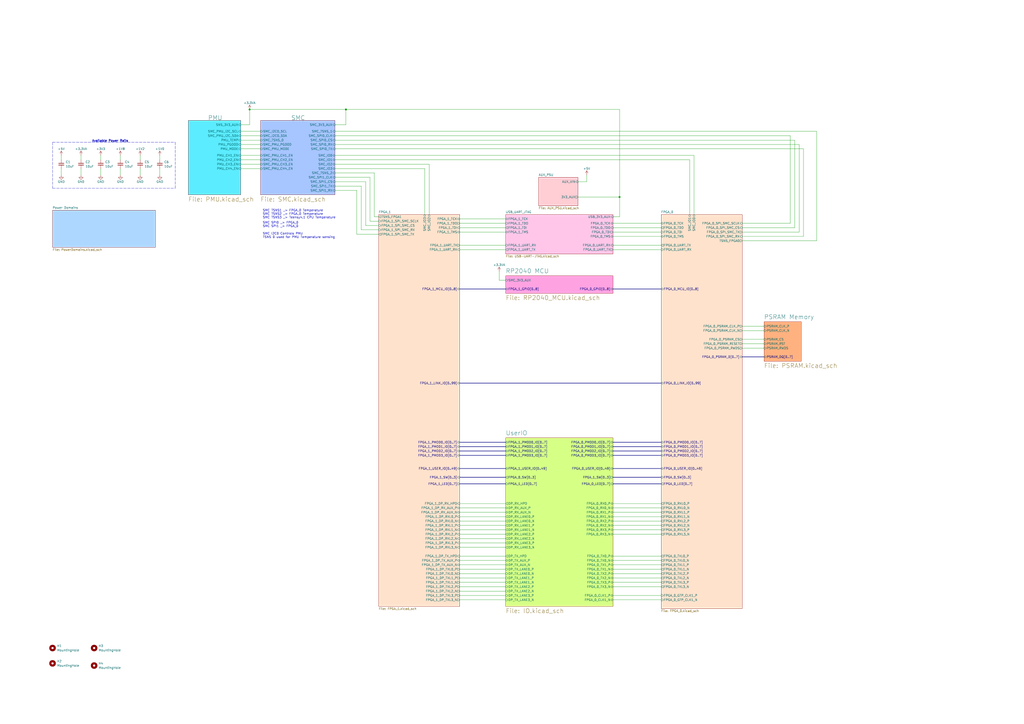
<source format=kicad_sch>
(kicad_sch (version 20211123) (generator eeschema)
  (paper "A2")
  (title_block (title "TopSheet") (date "2023-02-15") (rev "1") (comment 1 "Designed by DragonEnjoyer :3"))
  (lib_symbols
    (symbol "Device:C_Small" (pin_numbers hide) (pin_names (offset 0.254) hide)
      (property "Reference" "C" (at 0.254 1.778 0))
      (property "Value" "C_Small" (at 0.254 -2.032 0))
      (symbol "C_Small_0_1"
        (polyline (pts (xy -1.524 -0.508) (xy 1.524 -0.508)) (stroke (width 0.3302)))
        (polyline (pts (xy -1.524 0.508) (xy 1.524 0.508)) (stroke (width 0.3048)))
      )
      (symbol "C_Small_1_1"
        (pin passive line (at 0 2.54 270) (length 2.032) (name "~") (number "1"))
        (pin passive line (at 0 -2.54 90) (length 2.032) (name "~") (number "2"))
      )
    )
    (symbol "Mechanical:MountingHole" (pin_names (offset 1.016))
      (property "Reference" "H" (at 0 5.08 0))
      (property "Value" "MountingHole" (at 0 3.175 0))
      (symbol "MountingHole_0_1"
        (circle (center 0 0) (radius 1.27) (stroke (width 1.27)))
      )
    )
    (symbol "power:+1V0" (power) (pin_names (offset 0))
      (property "Value" "+1V0" (at 0 3.556 0))
      (symbol "+1V0_0_1"
        (polyline (pts (xy -0.762 1.27) (xy 0 2.54)))
        (polyline (pts (xy 0 0) (xy 0 2.54)))
        (polyline (pts (xy 0 2.54) (xy 0.762 1.27)))
      )
      (symbol "+1V0_1_1"
        (pin power_in line (at 0 0 90) (length 0) hide (name "+1V0") (number "1"))
      )
    )
    (symbol "power:+1V2" (power) (pin_names (offset 0))
      (property "Value" "+1V2" (at 0 3.556 0))
      (symbol "+1V2_0_1"
        (polyline (pts (xy -0.762 1.27) (xy 0 2.54)))
        (polyline (pts (xy 0 0) (xy 0 2.54)))
        (polyline (pts (xy 0 2.54) (xy 0.762 1.27)))
      )
      (symbol "+1V2_1_1"
        (pin power_in line (at 0 0 90) (length 0) hide (name "+1V2") (number "1"))
      )
    )
    (symbol "power:+1V8" (power) (pin_names (offset 0))
      (property "Value" "+1V8" (at 0 3.556 0))
      (symbol "+1V8_0_1"
        (polyline (pts (xy -0.762 1.27) (xy 0 2.54)))
        (polyline (pts (xy 0 0) (xy 0 2.54)))
        (polyline (pts (xy 0 2.54) (xy 0.762 1.27)))
      )
      (symbol "+1V8_1_1"
        (pin power_in line (at 0 0 90) (length 0) hide (name "+1V8") (number "1"))
      )
    )
    (symbol "power:+3.3VA" (power) (pin_names (offset 0))
      (property "Value" "+3.3VA" (at 0 3.556 0))
      (symbol "+3.3VA_0_1"
        (polyline (pts (xy -0.762 1.27) (xy 0 2.54)))
        (polyline (pts (xy 0 0) (xy 0 2.54)))
        (polyline (pts (xy 0 2.54) (xy 0.762 1.27)))
      )
      (symbol "+3.3VA_1_1"
        (pin power_in line (at 0 0 90) (length 0) hide (name "+3.3VA") (number "1"))
      )
    )
    (symbol "power:+3V3" (power) (pin_names (offset 0))
      (property "Value" "+3V3" (at 0 3.556 0))
      (symbol "+3V3_0_1"
        (polyline (pts (xy -0.762 1.27) (xy 0 2.54)))
        (polyline (pts (xy 0 0) (xy 0 2.54)))
        (polyline (pts (xy 0 2.54) (xy 0.762 1.27)))
      )
      (symbol "+3V3_1_1"
        (pin power_in line (at 0 0 90) (length 0) hide (name "+3V3") (number "1"))
      )
    )
    (symbol "power:+5V" (power) (pin_names (offset 0))
      (property "Value" "+5V" (at 0 3.556 0))
      (symbol "+5V_0_1"
        (polyline (pts (xy -0.762 1.27) (xy 0 2.54)))
        (polyline (pts (xy 0 0) (xy 0 2.54)))
        (polyline (pts (xy 0 2.54) (xy 0.762 1.27)))
      )
      (symbol "+5V_1_1"
        (pin power_in line (at 0 0 90) (length 0) hide (name "+5V") (number "1"))
      )
    )
    (symbol "power:GND" (power) (pin_names (offset 0))
      (property "Value" "GND" (at 0 -3.81 0))
      (symbol "GND_0_1"
        (polyline (pts (xy 0 0) (xy 0 -1.27) (xy 1.27 -1.27) (xy 0 -2.54) (xy -1.27 -1.27) (xy 0 -1.27)))
      )
      (symbol "GND_1_1"
        (pin power_in line (at 0 0 270) (length 0) hide (name "GND") (number "1"))
      )
    )
  )
  (junction (at 200.66 63.5))
  (junction (at 359.41 114.3))
  (junction (at 144.78 63.5))
  (wire (pts (xy 219.71 125.73) (xy 217.17 125.73)))
  (wire (pts (xy 214.63 102.87) (xy 194.31 102.87)))
  (wire (pts (xy 293.37 162.56) (xy 289.56 162.56)))
  (wire (pts (xy 209.55 133.35) (xy 209.55 107.95)))
  (bus (pts (xy 355.6 280.67) (xy 383.54 280.67)))
  (wire (pts (xy 355.6 137.16) (xy 383.54 137.16)))
  (wire (pts (xy 139.7 81.28) (xy 151.13 81.28)))
  (bus (pts (xy 355.6 271.78) (xy 383.54 271.78)))
  (wire (pts (xy 246.38 97.79) (xy 194.31 97.79)))
  (wire (pts (xy 355.6 337.82) (xy 383.54 337.82)))
  (wire (pts (xy 194.31 110.49) (xy 207.01 110.49)))
  (wire (pts (xy 266.7 322.58) (xy 293.37 322.58)))
  (bus (pts (xy 266.7 271.78) (xy 293.37 271.78)))
  (wire (pts (xy 266.7 294.64) (xy 293.37 294.64)))
  (wire (pts (xy 359.41 125.73) (xy 359.41 114.3)))
  (bus (pts (xy 355.6 276.86) (xy 383.54 276.86)))
  (wire (pts (xy 355.6 304.8) (xy 383.54 304.8)))
  (wire (pts (xy 46.99 90.17) (xy 46.99 92.71)))
  (wire (pts (xy 81.28 97.79) (xy 81.28 101.6)))
  (wire (pts (xy 207.01 135.89) (xy 219.71 135.89)))
  (wire (pts (xy 194.31 83.82) (xy 463.55 83.82)))
  (bus (pts (xy 430.53 207.01) (xy 443.23 207.01)))
  (wire (pts (xy 355.6 302.26) (xy 383.54 302.26)))
  (wire (pts (xy 340.36 101.6) (xy 340.36 105.41)))
  (wire (pts (xy 355.6 129.54) (xy 383.54 129.54)))
  (wire (pts (xy 69.85 90.17) (xy 69.85 92.71)))
  (wire (pts (xy 266.7 330.2) (xy 293.37 330.2)))
  (wire (pts (xy 219.71 133.35) (xy 209.55 133.35)))
  (wire (pts (xy 355.6 309.88) (xy 383.54 309.88)))
  (wire (pts (xy 194.31 92.71) (xy 400.05 92.71)))
  (wire (pts (xy 266.7 297.18) (xy 293.37 297.18)))
  (wire (pts (xy 212.09 105.41) (xy 194.31 105.41)))
  (wire (pts (xy 219.71 130.81) (xy 212.09 130.81)))
  (bus (pts (xy 355.6 261.62) (xy 383.54 261.62)))
  (wire (pts (xy 266.7 134.62) (xy 293.37 134.62)))
  (wire (pts (xy 430.53 199.39) (xy 443.23 199.39)))
  (wire (pts (xy 81.28 90.17) (xy 81.28 92.71)))
  (wire (pts (xy 246.38 124.46) (xy 246.38 97.79)))
  (wire (pts (xy 266.7 325.12) (xy 293.37 325.12)))
  (wire (pts (xy 430.53 129.54) (xy 458.47 129.54)))
  (wire (pts (xy 430.53 134.62) (xy 463.55 134.62)))
  (wire (pts (xy 430.53 191.77) (xy 443.23 191.77)))
  (polyline (pts (xy 30.48 109.22) (xy 101.6 109.22)))
  (wire (pts (xy 58.42 97.79) (xy 58.42 101.6)))
  (wire (pts (xy 466.09 137.16) (xy 466.09 86.36)))
  (wire (pts (xy 355.6 292.1) (xy 383.54 292.1)))
  (wire (pts (xy 355.6 332.74) (xy 383.54 332.74)))
  (polyline (pts (xy 30.48 82.55) (xy 30.48 109.22)))
  (wire (pts (xy 144.78 63.5) (xy 200.66 63.5)))
  (wire (pts (xy 402.59 90.17) (xy 402.59 124.46)))
  (wire (pts (xy 266.7 327.66) (xy 293.37 327.66)))
  (polyline (pts (xy 30.48 82.55) (xy 101.6 82.55)))
  (wire (pts (xy 430.53 132.08) (xy 461.01 132.08)))
  (wire (pts (xy 194.31 76.2) (xy 473.71 76.2)))
  (wire (pts (xy 266.7 337.82) (xy 293.37 337.82)))
  (wire (pts (xy 139.7 72.39) (xy 144.78 72.39)))
  (wire (pts (xy 266.7 127) (xy 293.37 127)))
  (wire (pts (xy 266.7 142.24) (xy 293.37 142.24)))
  (wire (pts (xy 461.01 132.08) (xy 461.01 81.28)))
  (wire (pts (xy 266.7 292.1) (xy 293.37 292.1)))
  (wire (pts (xy 194.31 100.33) (xy 217.17 100.33)))
  (wire (pts (xy 58.42 90.17) (xy 58.42 92.71)))
  (wire (pts (xy 355.6 307.34) (xy 383.54 307.34)))
  (wire (pts (xy 266.7 307.34) (xy 293.37 307.34)))
  (bus (pts (xy 266.7 276.86) (xy 293.37 276.86)))
  (wire (pts (xy 266.7 335.28) (xy 293.37 335.28)))
  (wire (pts (xy 430.53 137.16) (xy 466.09 137.16)))
  (wire (pts (xy 266.7 302.26) (xy 293.37 302.26)))
  (wire (pts (xy 194.31 86.36) (xy 466.09 86.36)))
  (bus (pts (xy 266.7 259.08) (xy 293.37 259.08)))
  (wire (pts (xy 139.7 83.82) (xy 151.13 83.82)))
  (bus (pts (xy 355.6 264.16) (xy 383.54 264.16)))
  (wire (pts (xy 139.7 76.2) (xy 151.13 76.2)))
  (wire (pts (xy 355.6 335.28) (xy 383.54 335.28)))
  (wire (pts (xy 355.6 299.72) (xy 383.54 299.72)))
  (wire (pts (xy 355.6 294.64) (xy 383.54 294.64)))
  (bus (pts (xy 266.7 261.62) (xy 293.37 261.62)))
  (wire (pts (xy 266.7 340.36) (xy 293.37 340.36)))
  (wire (pts (xy 266.7 312.42) (xy 293.37 312.42)))
  (wire (pts (xy 144.78 72.39) (xy 144.78 63.5)))
  (polyline (pts (xy 101.6 109.22) (xy 101.6 82.55)))
  (wire (pts (xy 289.56 162.56) (xy 289.56 157.48)))
  (wire (pts (xy 139.7 95.25) (xy 151.13 95.25)))
  (wire (pts (xy 217.17 125.73) (xy 217.17 100.33)))
  (wire (pts (xy 266.7 299.72) (xy 293.37 299.72)))
  (wire (pts (xy 266.7 304.8) (xy 293.37 304.8)))
  (wire (pts (xy 194.31 81.28) (xy 461.01 81.28)))
  (wire (pts (xy 139.7 90.17) (xy 151.13 90.17)))
  (wire (pts (xy 207.01 110.49) (xy 207.01 135.89)))
  (wire (pts (xy 458.47 78.74) (xy 458.47 129.54)))
  (wire (pts (xy 355.6 322.58) (xy 383.54 322.58)))
  (wire (pts (xy 248.92 95.25) (xy 248.92 124.46)))
  (wire (pts (xy 355.6 132.08) (xy 383.54 132.08)))
  (bus (pts (xy 266.7 167.64) (xy 293.37 167.64)))
  (bus (pts (xy 355.6 256.54) (xy 383.54 256.54)))
  (wire (pts (xy 430.53 196.85) (xy 443.23 196.85)))
  (wire (pts (xy 200.66 72.39) (xy 200.66 63.5)))
  (wire (pts (xy 355.6 345.44) (xy 383.54 345.44)))
  (bus (pts (xy 355.6 259.08) (xy 383.54 259.08)))
  (wire (pts (xy 266.7 129.54) (xy 293.37 129.54)))
  (wire (pts (xy 359.41 63.5) (xy 359.41 114.3)))
  (wire (pts (xy 139.7 78.74) (xy 151.13 78.74)))
  (wire (pts (xy 35.56 90.17) (xy 35.56 92.71)))
  (wire (pts (xy 355.6 325.12) (xy 383.54 325.12)))
  (wire (pts (xy 194.31 72.39) (xy 200.66 72.39)))
  (wire (pts (xy 355.6 330.2) (xy 383.54 330.2)))
  (wire (pts (xy 219.71 128.27) (xy 214.63 128.27)))
  (wire (pts (xy 335.28 105.41) (xy 340.36 105.41)))
  (wire (pts (xy 335.28 114.3) (xy 359.41 114.3)))
  (bus (pts (xy 266.7 256.54) (xy 293.37 256.54)))
  (wire (pts (xy 266.7 347.98) (xy 293.37 347.98)))
  (bus (pts (xy 266.7 222.25) (xy 383.54 222.25)))
  (wire (pts (xy 355.6 340.36) (xy 383.54 340.36)))
  (wire (pts (xy 463.55 83.82) (xy 463.55 134.62)))
  (wire (pts (xy 355.6 297.18) (xy 383.54 297.18)))
  (wire (pts (xy 430.53 139.7) (xy 473.71 139.7)))
  (wire (pts (xy 69.85 97.79) (xy 69.85 101.6)))
  (wire (pts (xy 355.6 142.24) (xy 383.54 142.24)))
  (wire (pts (xy 430.53 201.93) (xy 443.23 201.93)))
  (wire (pts (xy 430.53 189.23) (xy 443.23 189.23)))
  (wire (pts (xy 355.6 347.98) (xy 383.54 347.98)))
  (wire (pts (xy 92.71 90.17) (xy 92.71 92.71)))
  (bus (pts (xy 355.6 167.64) (xy 383.54 167.64)))
  (wire (pts (xy 200.66 63.5) (xy 359.41 63.5)))
  (wire (pts (xy 355.6 125.73) (xy 359.41 125.73)))
  (wire (pts (xy 209.55 107.95) (xy 194.31 107.95)))
  (wire (pts (xy 266.7 309.88) (xy 293.37 309.88)))
  (wire (pts (xy 92.71 97.79) (xy 92.71 101.6)))
  (wire (pts (xy 194.31 95.25) (xy 248.92 95.25)))
  (wire (pts (xy 266.7 132.08) (xy 293.37 132.08)))
  (wire (pts (xy 139.7 86.36) (xy 151.13 86.36)))
  (wire (pts (xy 400.05 92.71) (xy 400.05 124.46)))
  (wire (pts (xy 266.7 314.96) (xy 293.37 314.96)))
  (wire (pts (xy 266.7 332.74) (xy 293.37 332.74)))
  (wire (pts (xy 266.7 317.5) (xy 293.37 317.5)))
  (bus (pts (xy 266.7 264.16) (xy 293.37 264.16)))
  (wire (pts (xy 35.56 97.79) (xy 35.56 101.6)))
  (wire (pts (xy 139.7 92.71) (xy 151.13 92.71)))
  (wire (pts (xy 355.6 144.78) (xy 383.54 144.78)))
  (wire (pts (xy 473.71 76.2) (xy 473.71 139.7)))
  (wire (pts (xy 266.7 345.44) (xy 293.37 345.44)))
  (wire (pts (xy 266.7 342.9) (xy 293.37 342.9)))
  (wire (pts (xy 139.7 97.79) (xy 151.13 97.79)))
  (wire (pts (xy 46.99 97.79) (xy 46.99 101.6)))
  (wire (pts (xy 194.31 78.74) (xy 458.47 78.74)))
  (wire (pts (xy 212.09 130.81) (xy 212.09 105.41)))
  (wire (pts (xy 355.6 327.66) (xy 383.54 327.66)))
  (wire (pts (xy 194.31 90.17) (xy 402.59 90.17)))
  (wire (pts (xy 266.7 144.78) (xy 293.37 144.78)))
  (wire (pts (xy 214.63 128.27) (xy 214.63 102.87)))
  (wire (pts (xy 355.6 134.62) (xy 383.54 134.62)))
  (bus (pts (xy 266.7 280.67) (xy 293.37 280.67)))
  (text "SMC I2C0 Controls PMU\nTSNS 0 used for PMU Temperature sensing\n" (at 152.4 138.43 0) (effects (font (size 1.27 1.27)) (justify left bottom)))
  (text "Available Power Rails" (at 53.34 82.55 0) (effects (font (size 1.27 1.27) (thickness 0.254) bold) (justify left bottom)))
  (text "SMC TSNS1 _> FPGA_0 Temperature\nSMC TSNS2 _> FPGA_0 Temperature\nSMC TSNS3 _> Teensy4.1 CPU Temperature" (at 152.4 127 0) (effects (font (size 1.27 1.27)) (justify left bottom)))
  (text "SMC SPI0 _> FPGA_0\nSMC SPI1 _> FPGA_0" (at 152.4 132.08 0) (effects (font (size 1.27 1.27)) (justify left bottom)))
  (symbol (lib_id "power:GND") (at 58.42 101.6 0) (unit 1)
    (property "Reference" "#PWR06" (effects hide))
    (property "Value" "GND" (at 58.42 105.41 0))
  )
  (symbol (lib_id "Mechanical:MountingHole") (at 54.61 375.92 0) (unit 1)
    (property "Reference" "H3" (at 57.15 374.6499 0) (effects (justify left)))
    (property "Value" "MountingHole" (at 57.15 377.1899 0) (effects (justify left)))
    (property "Footprint" "MountingHole:MountingHole_3.5mm" (effects hide))
  )
  (symbol (lib_id "power:+3.3VA") (at 289.56 157.48 0) (unit 1)
    (property "Reference" "#PWR035" (effects hide))
    (property "Value" "+3.3VA" (at 289.56 153.67 0))
  )
  (symbol (lib_id "power:+3.3VA") (at 144.78 63.5 0) (unit 1)
    (property "Reference" "#PWR031" (effects hide))
    (property "Value" "+3.3VA" (at 144.78 59.69 0))
  )
  (symbol (lib_id "power:GND") (at 92.71 101.6 0) (unit 1)
    (property "Reference" "#PWR012" (effects hide))
    (property "Value" "GND" (at 92.71 105.41 0))
  )
  (symbol (lib_id "Device:C_Small") (at 35.56 95.25 0) (unit 1)
    (property "Reference" "C1" (at 38.1 93.9862 0) (effects (justify left)))
    (property "Value" "10uF" (at 38.1 96.5262 0) (effects (justify left)))
    (property "Footprint" "Capacitor_SMD:C_0805_2012Metric" (effects hide))
    (property "Datasheet" "https://www.mouser.com/datasheet/2/281/1/GRM21BC71E106KE01_01A-3044309.pdf" (effects hide))
    (property "MFR PN" "GRM21BC71E106KE01K" (effects hide))
  )
  (symbol (lib_id "power:+5V") (at 340.36 101.6 0) (unit 1)
    (property "Reference" "#PWR013" (effects hide))
    (property "Value" "+5V" (at 340.36 97.79 0))
  )
  (symbol (lib_id "power:+1V8") (at 69.85 90.17 0) (unit 1)
    (property "Reference" "#PWR07" (effects hide))
    (property "Value" "+1V8" (at 69.85 86.36 0))
  )
  (symbol (lib_id "Mechanical:MountingHole") (at 54.61 386.08 0) (unit 1)
    (property "Reference" "H4" (at 57.15 384.8099 0) (effects (justify left)))
    (property "Value" "MountingHole" (at 57.15 387.3499 0) (effects (justify left)))
    (property "Footprint" "MountingHole:MountingHole_3.5mm" (effects hide))
  )
  (symbol (lib_id "power:+3.3VA") (at 46.99 90.17 0) (unit 1)
    (property "Reference" "#PWR03" (effects hide))
    (property "Value" "+3.3VA" (at 46.99 86.36 0))
  )
  (symbol (lib_id "Device:C_Small") (at 69.85 95.25 0) (unit 1)
    (property "Reference" "C4" (at 72.39 93.9862 0) (effects (justify left)))
    (property "Value" "10uF" (at 72.39 96.5262 0) (effects (justify left)))
    (property "Footprint" "Capacitor_SMD:C_0805_2012Metric" (effects hide))
    (property "Datasheet" "https://www.mouser.com/datasheet/2/281/1/GRM21BC71E106KE01_01A-3044309.pdf" (effects hide))
    (property "MFR PN" "GRM21BC71E106KE01K" (effects hide))
  )
  (symbol (lib_id "power:GND") (at 69.85 101.6 0) (unit 1)
    (property "Reference" "#PWR08" (effects hide))
    (property "Value" "GND" (at 69.85 105.41 0))
  )
  (symbol (lib_id "power:GND") (at 46.99 101.6 0) (unit 1)
    (property "Reference" "#PWR04" (effects hide))
    (property "Value" "GND" (at 46.99 105.41 0))
  )
  (symbol (lib_id "power:+1V2") (at 81.28 90.17 0) (unit 1)
    (property "Reference" "#PWR09" (effects hide))
    (property "Value" "+1V2" (at 81.28 86.36 0))
  )
  (symbol (lib_id "Mechanical:MountingHole") (at 30.48 384.81 0) (unit 1)
    (property "Reference" "H2" (at 33.02 383.5399 0) (effects (justify left)))
    (property "Value" "MountingHole" (at 33.02 386.0799 0) (effects (justify left)))
    (property "Footprint" "MountingHole:MountingHole_3.5mm" (effects hide))
  )
  (symbol (lib_id "power:GND") (at 35.56 101.6 0) (unit 1)
    (property "Reference" "#PWR02" (effects hide))
    (property "Value" "GND" (at 35.56 105.41 0))
  )
  (symbol (lib_id "power:+3V3") (at 58.42 90.17 0) (unit 1)
    (property "Reference" "#PWR05" (effects hide))
    (property "Value" "+3V3" (at 58.42 86.36 0))
  )
  (symbol (lib_id "Device:C_Small") (at 81.28 95.25 0) (unit 1)
    (property "Reference" "C5" (at 83.82 93.9862 0) (effects (justify left)))
    (property "Value" "10uF" (at 83.82 96.5262 0) (effects (justify left)))
    (property "Footprint" "Capacitor_SMD:C_0805_2012Metric" (effects hide))
    (property "Datasheet" "https://www.mouser.com/datasheet/2/281/1/GRM21BC71E106KE01_01A-3044309.pdf" (effects hide))
    (property "MFR PN" "GRM21BC71E106KE01K" (effects hide))
  )
  (symbol (lib_id "Device:C_Small") (at 58.42 95.25 0) (unit 1)
    (property "Reference" "C3" (at 60.96 93.9862 0) (effects (justify left)))
    (property "Value" "10uF" (at 60.96 96.5262 0) (effects (justify left)))
    (property "Footprint" "Capacitor_SMD:C_0805_2012Metric" (effects hide))
    (property "Datasheet" "https://www.mouser.com/datasheet/2/281/1/GRM21BC71E106KE01_01A-3044309.pdf" (effects hide))
    (property "MFR PN" "GRM21BC71E106KE01K" (effects hide))
  )
  (symbol (lib_id "Mechanical:MountingHole") (at 30.48 375.92 0) (unit 1)
    (property "Reference" "H1" (at 33.02 374.6499 0) (effects (justify left)))
    (property "Value" "MountingHole" (at 33.02 377.1899 0) (effects (justify left)))
    (property "Footprint" "MountingHole:MountingHole_3.5mm" (effects hide))
  )
  (symbol (lib_id "power:+1V0") (at 92.71 90.17 0) (unit 1)
    (property "Reference" "#PWR011" (effects hide))
    (property "Value" "+1V0" (at 92.71 86.36 0))
  )
  (symbol (lib_id "Device:C_Small") (at 92.71 95.25 0) (unit 1)
    (property "Reference" "C6" (at 95.25 93.9862 0) (effects (justify left)))
    (property "Value" "10uF" (at 95.25 96.5262 0) (effects (justify left)))
    (property "Footprint" "Capacitor_SMD:C_0805_2012Metric" (effects hide))
    (property "Datasheet" "https://www.mouser.com/datasheet/2/281/1/GRM21BC71E106KE01_01A-3044309.pdf" (effects hide))
    (property "MFR PN" "GRM21BC71E106KE01K" (effects hide))
  )
  (symbol (lib_id "power:+5V") (at 35.56 90.17 0) (unit 1)
    (property "Reference" "#PWR01" (effects hide))
    (property "Value" "+5V" (at 35.56 86.36 0))
  )
  (symbol (lib_id "power:GND") (at 81.28 101.6 0) (unit 1)
    (property "Reference" "#PWR010" (effects hide))
    (property "Value" "GND" (at 81.28 105.41 0))
  )
  (symbol (lib_id "Device:C_Small") (at 46.99 95.25 0) (unit 1)
    (property "Reference" "C2" (at 49.53 93.9862 0) (effects (justify left)))
    (property "Value" "10uF" (at 49.53 96.5262 0) (effects (justify left)))
    (property "Footprint" "Capacitor_SMD:C_0805_2012Metric" (effects hide))
    (property "Datasheet" "https://www.mouser.com/datasheet/2/281/1/GRM21BC71E106KE01_01A-3044309.pdf" (effects hide))
    (property "MFR PN" "GRM21BC71E106KE01K" (effects hide))
  )
  (sheet (at 293.37 160.02) (size 62.23 10.16) (stroke (width 0.1524)) (fill (color 255 162 226 1.0000))
    (property "Sheet name" "RP2040 MCU" (at 293.37 158.6734 0) (effects (font (size 2.54 2.54)) (justify left bottom)))
    (property "Sheet file" "RP2040_MCU.kicad_sch" (at 293.37 171.2726 0) (effects (font (size 2.54 2.54)) (justify left top)))
    (pin "SMC_3V3_AUX" input (at 293.37 162.56 180))
    (pin "FPGA_1_GPIO[0..8]" bidirectional (at 293.37 167.64 180))
    (pin "FPGA_0_GPIO[0..8]" bidirectional (at 355.6 167.64 0))
  )
  (sheet (at 219.71 124.46) (size 46.99 227.33) (stroke (width 0.1524)) (fill (color 255 226 204 1.0000))
    (property "Sheet name" "FPGA_1" (at 219.71 123.7484 0) (effects (justify left bottom)))
    (property "Sheet file" "FPGA_1.kicad_sch" (at 219.71 352.3746 0) (effects (justify left top)))
    (pin "FPGA_1_LINK_IO[0..99]" bidirectional (at 266.7 222.25 0))
    (pin "FPGA_1_UART_RX" input (at 266.7 144.78 0))
    (pin "FPGA_1_SPI_SMC_RX" input (at 219.71 133.35 180))
    (pin "FPGA_1_SPI_SMC_TX" output (at 219.71 135.89 180))
    (pin "FPGA_1_SPI_SMC_CS" input (at 219.71 130.81 180))
    (pin "FPGA_1_DP_RXL0_N" input (at 266.7 302.26 0))
    (pin "FPGA_1_DP_TXL2_N" output (at 266.7 342.9 0))
    (pin "FPGA_1_DP_TXL3_N" output (at 266.7 347.98 0))
    (pin "FPGA_1_DP_TXL3_P" output (at 266.7 345.44 0))
    (pin "FPGA_1_DP_RXL0_P" input (at 266.7 299.72 0))
    (pin "FPGA_1_DP_RXL1_P" input (at 266.7 304.8 0))
    (pin "FPGA_1_DP_RXL2_P" input (at 266.7 309.88 0))
    (pin "FPGA_1_DP_RXL2_N" input (at 266.7 312.42 0))
    (pin "FPGA_1_DP_RXL3_P" input (at 266.7 314.96 0))
    (pin "FPGA_1_DP_RXL3_N" input (at 266.7 317.5 0))
    (pin "FPGA_1_DP_RXL1_N" input (at 266.7 307.34 0))
    (pin "FPGA_1_DP_TXL1_N" output (at 266.7 337.82 0))
    (pin "FPGA_1_DP_TXL2_P" output (at 266.7 340.36 0))
    (pin "FPGA_1_DP_TXL0_N" output (at 266.7 332.74 0))
    (pin "FPGA_1_DP_TXL1_P" output (at 266.7 335.28 0))
    (pin "FPGA_1_DP_TXL0_P" output (at 266.7 330.2 0))
    (pin "FPGA_1_UART_TX" output (at 266.7 142.24 0))
    (pin "FPGA_1_SPI_SMC_SCLK" input (at 219.71 128.27 180))
    (pin "FPGA_1_LED[0..7]" output (at 266.7 280.67 0))
    (pin "FPGA_1_TDO" output (at 266.7 129.54 0))
    (pin "FPGA_1_TDI" input (at 266.7 132.08 0))
    (pin "FPGA_1_TMS" bidirectional (at 266.7 134.62 0))
    (pin "FPGA_1_TCK" bidirectional (at 266.7 127 0))
    (pin "FPGA_1_USER_IO[0..49]" bidirectional (at 266.7 271.78 0))
    (pin "FPGA_1_DP_TX_HPD" input (at 266.7 322.58 0))
    (pin "FPGA_1_DP_RX_HPD" input (at 266.7 292.1 0))
    (pin "FPGA_1_DP_TX_AUX_P" bidirectional (at 266.7 325.12 0))
    (pin "FPGA_1_DP_RX_AUX_P" bidirectional (at 266.7 294.64 0))
    (pin "FPGA_1_DP_TX_AUX_N" bidirectional (at 266.7 327.66 0))
    (pin "FPGA_1_DP_RX_AUX_N" bidirectional (at 266.7 297.18 0))
    (pin "FPGA_1_PMOD0_IO[0..7]" bidirectional (at 266.7 256.54 0))
    (pin "FPGA_1_PMOD1_IO[0..7]" bidirectional (at 266.7 259.08 0))
    (pin "FPGA_1_PMOD2_IO[0..7]" bidirectional (at 266.7 261.62 0))
    (pin "FPGA_1_PMOD3_IO[0..7]" bidirectional (at 266.7 264.16 0))
    (pin "TSNS_FPGA1" output (at 219.71 125.73 180))
    (pin "FPGA_1_SW[0..3]" input (at 266.7 276.86 0))
    (pin "FPGA_1_MCU_IO[0..8]" bidirectional (at 266.7 167.64 0))
    (pin "SMC_IO2" bidirectional (at 248.92 124.46 90))
    (pin "SMC_IO3" bidirectional (at 246.38 124.46 90))
  )
  (sheet (at 30.48 121.92) (size 59.69 21.59) (stroke (width 0.1524)) (fill (color 173 215 255 1.0000))
    (property "Sheet name" "Power Domains" (at 30.48 121.2084 0) (effects (justify left bottom)))
    (property "Sheet file" "PowerDomains.kicad_sch" (at 30.48 144.0946 0) (effects (justify left top)))
  )
  (sheet (at 109.22 69.85) (size 30.48 43.18) (stroke (width 0.1524)) (fill (color 92 236 255 1.0000))
    (property "Sheet name" "PMU" (at 120.65 69.85 0) (effects (font (size 2.54 2.54)) (justify left bottom)))
    (property "Sheet file" "PMU.kicad_sch" (at 109.22 114.1226 0) (effects (font (size 2.54 2.54)) (justify left top)))
    (pin "PMU_TEMP" input (at 139.7 81.28 0))
    (pin "PMU_PGOOD" input (at 139.7 83.82 0))
    (pin "PMU_MODE" input (at 139.7 86.36 0))
    (pin "PMU_CH1_EN" input (at 139.7 90.17 0))
    (pin "PMU_CH4_EN" input (at 139.7 97.79 0))
    (pin "PMU_CH3_EN" input (at 139.7 95.25 0))
    (pin "PMU_CH2_EN" input (at 139.7 92.71 0))
    (pin "SMC_PMU_I2C_SDA" input (at 139.7 78.74 0))
    (pin "SMC_PMU_I2C_SCL" input (at 139.7 76.2 0))
    (pin "SNS_3V3_AUX" input (at 139.7 72.39 0))
  )
  (sheet (at 151.13 69.85) (size 43.18 43.18) (stroke (width 0.1524)) (fill (color 167 197 255 1.0000))
    (property "Sheet name" "SMC" (at 168.91 69.85 0) (effects (font (size 2.54 2.54)) (justify left bottom)))
    (property "Sheet file" "SMC.kicad_sch" (at 151.13 114.1226 0) (effects (font (size 2.54 2.54)) (justify left top)))
    (pin "SMC_I2C0_SCL" input (at 151.13 76.2 180))
    (pin "SMC_I2C0_SDA" input (at 151.13 78.74 180))
    (pin "SMC_SPI1_RX" input (at 194.31 110.49 0))
    (pin "SMC_SPI1_CLK" input (at 194.31 102.87 0))
    (pin "SMC_SPI1_CS" input (at 194.31 105.41 0))
    (pin "SMC_SPI0_CS" input (at 194.31 81.28 0))
    (pin "SMC_SPI1_TX" input (at 194.31 107.95 0))
    (pin "SMC_SPI0_RX" input (at 194.31 83.82 0))
    (pin "SMC_SPI0_CLK" input (at 194.31 78.74 0))
    (pin "SMC_SPI0_TX" input (at 194.31 86.36 0))
    (pin "SMC_TSNS_0" input (at 151.13 81.28 180))
    (pin "SMC_TSNS_2" input (at 194.31 100.33 0))
    (pin "SMC_TSNS_1" input (at 194.31 76.2 0))
    (pin "SMC_PMU_CH3_EN" input (at 151.13 95.25 180))
    (pin "SMC_PMU_CH2_EN" input (at 151.13 92.71 180))
    (pin "SMC_PMU_MODE" input (at 151.13 86.36 180))
    (pin "SMC_PMU_CH4_EN" input (at 151.13 97.79 180))
    (pin "SMC_PMU_PGOOD" input (at 151.13 83.82 180))
    (pin "SMC_PMU_CH1_EN" input (at 151.13 90.17 180))
    (pin "SMC_3V3_AUX" input (at 194.31 72.39 0))
    (pin "SMC_IO1" bidirectional (at 194.31 92.71 0))
    (pin "SMC_IO2" bidirectional (at 194.31 95.25 0))
    (pin "SMC_IO3" bidirectional (at 194.31 97.79 0))
    (pin "SMC_IO0" bidirectional (at 194.31 90.17 0))
  )
  (sheet (at 443.23 186.69) (size 21.59 22.86) (stroke (width 0.1524)) (fill (color 255 177 127 1.0000))
    (property "Sheet name" "PSRAM Memory" (at 443.23 185.3434 0) (effects (font (size 2.54 2.54)) (justify left bottom)))
    (property "Sheet file" "PSRAM.kicad_sch" (at 443.23 210.6426 0) (effects (font (size 2.54 2.54)) (justify left top)))
    (pin "PSRAM_DQ[0..7]" bidirectional (at 443.23 207.01 180))
    (pin "PSRAM_RWDS" input (at 443.23 201.93 180))
    (pin "PSRAM_RST" input (at 443.23 199.39 180))
    (pin "PSRAM_CS" input (at 443.23 196.85 180))
    (pin "PSRAM_CLK_P" input (at 443.23 189.23 180))
    (pin "PSRAM_CLK_N" input (at 443.23 191.77 180))
  )
  (sheet (at 312.42 102.87) (size 22.86 16.51) (stroke (width 0.1524)) (fill (color 255 205 212 1.0000))
    (property "Sheet name" "AUX_PSU" (at 312.42 102.1584 0) (effects (justify left bottom)))
    (property "Sheet file" "AUX_PSU.kicad_sch" (at 312.42 119.9646 0) (effects (justify left top)))
    (pin "AUX_VIN" input (at 335.28 105.41 0))
    (pin "3V3_AUX" output (at 335.28 114.3 0))
  )
  (sheet (at 293.37 124.46) (size 62.23 22.86) (stroke (width 0.1524)) (fill (color 255 198 233 1.0000))
    (property "Sheet name" "USB_UART_JTAG" (at 293.37 123.7484 0) (effects (justify left bottom)))
    (property "Sheet file" "USB-UART-JTAG.kicad_sch" (at 293.37 147.9046 0) (effects (justify left top)))
    (pin "FPGA_0_TDI" output (at 355.6 134.62 0))
    (pin "FPGA_0_TDO" input (at 355.6 132.08 0))
    (pin "FPGA_0_TCK" bidirectional (at 355.6 129.54 0))
    (pin "FPGA_0_TMS" bidirectional (at 355.6 137.16 0))
    (pin "FPGA_1_TMS" bidirectional (at 293.37 134.62 180))
    (pin "FPGA_0_UART_TX" output (at 355.6 144.78 0))
    (pin "FPGA_0_UART_RX" input (at 355.6 142.24 0))
    (pin "FPGA_1_UART_TX" output (at 293.37 144.78 180))
    (pin "FPGA_1_UART_RX" input (at 293.37 142.24 180))
    (pin "USB_3V3_AUX" input (at 355.6 125.73 0))
    (pin "FPGA_1_TDO" input (at 293.37 129.54 180))
    (pin "FPGA_1_TDI" output (at 293.37 132.08 180))
    (pin "FPGA_1_TCK" bidirectional (at 293.37 127 180))
  )
  (sheet (at 383.54 124.46) (size 46.99 228.6) (stroke (width 0.1524)) (fill (color 255 226 204 1.0000))
    (property "Sheet name" "FPGA_0" (at 383.54 123.7484 0) (effects (justify left bottom)))
    (property "Sheet file" "FPGA_0.kicad_sch" (at 383.54 353.6446 0) (effects (justify left top)))
    (pin "FPGA_0_USER_IO[0..49]" bidirectional (at 383.54 271.78 180))
    (pin "FPGA_0_TDI" input (at 383.54 134.62 180))
    (pin "FPGA_0_TDO" output (at 383.54 132.08 180))
    (pin "FPGA_0_RXL0_N" output (at 383.54 294.64 180))
    (pin "FPGA_0_RXL2_P" output (at 383.54 302.26 180))
    (pin "FPGA_0_RXL1_P" output (at 383.54 297.18 180))
    (pin "FPGA_0_RXL0_P" output (at 383.54 292.1 180))
    (pin "FPGA_0_RXL1_N" output (at 383.54 299.72 180))
    (pin "FPGA_0_TXL1_P" output (at 383.54 327.66 180))
    (pin "FPGA_0_TXL1_N" output (at 383.54 330.2 180))
    (pin "FPGA_0_TXL0_N" output (at 383.54 325.12 180))
    (pin "FPGA_0_TXL0_P" output (at 383.54 322.58 180))
    (pin "FPGA_0_TXL2_N" output (at 383.54 335.28 180))
    (pin "FPGA_0_TXL2_P" output (at 383.54 332.74 180))
    (pin "FPGA_0_TXL3_P" output (at 383.54 337.82 180))
    (pin "FPGA_0_TXL3_N" output (at 383.54 340.36 180))
    (pin "FPGA_0_RXL3_P" output (at 383.54 307.34 180))
    (pin "FPGA_0_RXL2_N" output (at 383.54 304.8 180))
    (pin "FPGA_0_RXL3_N" output (at 383.54 309.88 180))
    (pin "FPGA_0_GTP_CLK1_P" input (at 383.54 345.44 180))
    (pin "FPGA_0_GTP_CLK1_N" input (at 383.54 347.98 180))
    (pin "FPGA_0_TMS" bidirectional (at 383.54 137.16 180))
    (pin "FPGA_0_TCK" bidirectional (at 383.54 129.54 180))
    (pin "FPGA_0_PSRAM_CLK_P" output (at 430.53 189.23 0))
    (pin "FPGA_0_PSRAM_CLK_N" output (at 430.53 191.77 0))
    (pin "FPGA_0_PSRAM_CS" output (at 430.53 196.85 0))
    (pin "FPGA_0_PSRAM_RESET" output (at 430.53 199.39 0))
    (pin "FPGA_0_PSRAM_RWDS" output (at 430.53 201.93 0))
    (pin "FPGA_0_PSRAM_D[0..7]" bidirectional (at 430.53 207.01 0))
    (pin "FPGA_0_SPI_SMC_SCLK" input (at 430.53 129.54 0))
    (pin "FPGA_0_SPI_SMC_TX" output (at 430.53 134.62 0))
    (pin "FPGA_0_SPI_SMC_CS" input (at 430.53 132.08 0))
    (pin "FPGA_0_SPI_SMC_RX" input (at 430.53 137.16 0))
    (pin "FPGA_0_LED[0..7]" output (at 383.54 280.67 180))
    (pin "FPGA_0_UART_RX" input (at 383.54 144.78 180))
    (pin "FPGA_0_UART_TX" output (at 383.54 142.24 180))
    (pin "FPGA_0_LINK_IO[0..99]" bidirectional (at 383.54 222.25 180))
    (pin "FPGA_0_PMOD0_IO[0..7]" bidirectional (at 383.54 256.54 180))
    (pin "FPGA_0_PMOD1_IO[0..7]" bidirectional (at 383.54 259.08 180))
    (pin "FPGA_0_PMOD2_IO[0..7]" bidirectional (at 383.54 261.62 180))
    (pin "FPGA_0_PMOD3_IO[0..7]" bidirectional (at 383.54 264.16 180))
    (pin "TSNS_FPGA0" output (at 430.53 139.7 0))
    (pin "FPGA_0_SW[0..3]" input (at 383.54 276.86 180))
    (pin "FPGA_0_MCU_IO[0..8]" bidirectional (at 383.54 167.64 180))
    (pin "SMC_IO0" bidirectional (at 402.59 124.46 90))
    (pin "SMC_IO1" bidirectional (at 400.05 124.46 90))
  )
  (sheet (at 293.37 254) (size 62.23 97.79) (stroke (width 0.1524)) (fill (color 214 255 134 1.0000))
    (property "Sheet name" "UserIO" (at 293.37 252.6534 0) (effects (font (size 2.54 2.54)) (justify left bottom)))
    (property "Sheet file" "IO.kicad_sch" (at 293.37 352.8826 0) (effects (font (size 2.54 2.54)) (justify left top)))
    (pin "DP_TX_LANE1_P" input (at 293.37 335.28 180))
    (pin "DP_TX_LANE2_N" input (at 293.37 342.9 180))
    (pin "DP_TX_LANE0_N" input (at 293.37 332.74 180))
    (pin "DP_TX_LANE0_P" input (at 293.37 330.2 180))
    (pin "DP_TX_LANE1_N" input (at 293.37 337.82 180))
    (pin "DP_TX_LANE2_P" input (at 293.37 340.36 180))
    (pin "DP_TX_LANE3_P" input (at 293.37 345.44 180))
    (pin "DP_TX_AUX_N" bidirectional (at 293.37 327.66 180))
    (pin "DP_TX_LANE3_N" input (at 293.37 347.98 180))
    (pin "DP_TX_AUX_P" bidirectional (at 293.37 325.12 180))
    (pin "DP_TX_HPD" output (at 293.37 322.58 180))
    (pin "DP_RX_LANE3_P" output (at 293.37 314.96 180))
    (pin "DP_RX_LANE2_P" output (at 293.37 309.88 180))
    (pin "DP_RX_LANE2_N" output (at 293.37 312.42 180))
    (pin "DP_RX_LANE3_N" output (at 293.37 317.5 180))
    (pin "DP_RX_LANE1_N" output (at 293.37 307.34 180))
    (pin "DP_RX_LANE1_P" output (at 293.37 304.8 180))
    (pin "FPGA_1_USER_IO[0..49]" bidirectional (at 293.37 271.78 180))
    (pin "FPGA_0_USER_IO[0..49]" bidirectional (at 355.6 271.78 0))
    (pin "FPGA_0_RX2_P" bidirectional (at 355.6 302.26 0))
    (pin "FPGA_0_RX2_N" bidirectional (at 355.6 304.8 0))
    (pin "FPGA_0_RX3_P" bidirectional (at 355.6 307.34 0))
    (pin "FPGA_0_RX3_N" bidirectional (at 355.6 309.88 0))
    (pin "FPGA_0_RX0_N" bidirectional (at 355.6 294.64 0))
    (pin "FPGA_0_RX1_P" bidirectional (at 355.6 297.18 0))
    (pin "FPGA_0_RX0_P" bidirectional (at 355.6 292.1 0))
    (pin "FPGA_0_RX1_N" bidirectional (at 355.6 299.72 0))
    (pin "DP_RX_HPD" output (at 293.37 292.1 180))
    (pin "DP_RX_AUX_N" bidirectional (at 293.37 297.18 180))
    (pin "DP_RX_AUX_P" bidirectional (at 293.37 294.64 180))
    (pin "DP_RX_LANE0_P" output (at 293.37 299.72 180))
    (pin "DP_RX_LANE0_N" output (at 293.37 302.26 180))
    (pin "FPGA_0_CLK1_N" bidirectional (at 355.6 347.98 0))
    (pin "FPGA_0_CLK1_P" bidirectional (at 355.6 345.44 0))
    (pin "FPGA_0_TX3_N" bidirectional (at 355.6 340.36 0))
    (pin "FPGA_0_TX3_P" bidirectional (at 355.6 337.82 0))
    (pin "FPGA_0_TX2_N" bidirectional (at 355.6 335.28 0))
    (pin "FPGA_0_TX2_P" bidirectional (at 355.6 332.74 0))
    (pin "FPGA_0_TX0_N" bidirectional (at 355.6 325.12 0))
    (pin "FPGA_0_TX1_P" bidirectional (at 355.6 327.66 0))
    (pin "FPGA_0_TX1_N" bidirectional (at 355.6 330.2 0))
    (pin "FPGA_0_TX0_P" bidirectional (at 355.6 322.58 0))
    (pin "FPGA_0_LED[0..7]" input (at 355.6 280.67 0))
    (pin "FPGA_1_LED[0..7]" input (at 293.37 280.67 180))
    (pin "FPGA_0_PMOD1_IO[0..7]" bidirectional (at 355.6 259.08 0))
    (pin "FPGA_0_PMOD0_IO[0..7]" bidirectional (at 355.6 256.54 0))
    (pin "FPGA_0_PMOD2_IO[0..7]" bidirectional (at 355.6 261.62 0))
    (pin "FPGA_0_PMOD3_IO[0..7]" bidirectional (at 355.6 264.16 0))
    (pin "FPGA_1_PMOD0_IO[0..7]" bidirectional (at 293.37 256.54 180))
    (pin "FPGA_1_PMOD1_IO[0..7]" bidirectional (at 293.37 259.08 180))
    (pin "FPGA_1_PMOD3_IO[0..7]" bidirectional (at 293.37 264.16 180))
    (pin "FPGA_1_PMOD2_IO[0..7]" bidirectional (at 293.37 261.62 180))
    (pin "FPGA_1_SW[0..3]" output (at 355.6 276.86 0))
    (pin "FPGA_0_SW[0..3]" output (at 293.37 276.86 180))
  )
)
</source>
